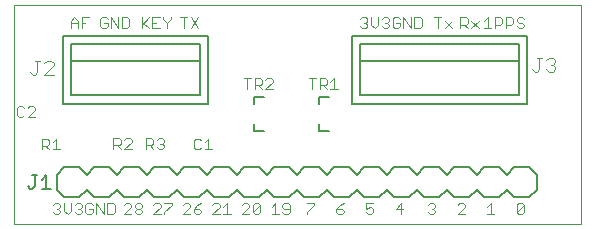
<source format=gto>
G75*
%MOIN*%
%OFA0B0*%
%FSLAX25Y25*%
%IPPOS*%
%LPD*%
%AMOC8*
5,1,8,0,0,1.08239X$1,22.5*
%
%ADD10C,0.00000*%
%ADD11C,0.00300*%
%ADD12C,0.00600*%
%ADD13C,0.00500*%
%ADD14C,0.00400*%
D10*
X0001610Y0001000D02*
X0190586Y0001000D01*
X0190586Y0073835D01*
X0001610Y0073835D01*
X0001610Y0001000D01*
D11*
X0014555Y0004709D02*
X0015162Y0004103D01*
X0016375Y0004103D01*
X0016982Y0004709D01*
X0016982Y0005316D01*
X0016375Y0005923D01*
X0015768Y0005923D01*
X0016375Y0005923D02*
X0016982Y0006529D01*
X0016982Y0007136D01*
X0016375Y0007743D01*
X0015162Y0007743D01*
X0014555Y0007136D01*
X0018180Y0007743D02*
X0018180Y0005316D01*
X0019394Y0004103D01*
X0020607Y0005316D01*
X0020607Y0007743D01*
X0021805Y0007136D02*
X0022412Y0007743D01*
X0023625Y0007743D01*
X0024232Y0007136D01*
X0024232Y0006529D01*
X0023625Y0005923D01*
X0024232Y0005316D01*
X0024232Y0004709D01*
X0023625Y0004103D01*
X0022412Y0004103D01*
X0021805Y0004709D01*
X0023019Y0005923D02*
X0023625Y0005923D01*
X0025382Y0007136D02*
X0025382Y0004709D01*
X0025989Y0004103D01*
X0027202Y0004103D01*
X0027809Y0004709D01*
X0027809Y0005923D01*
X0026595Y0005923D01*
X0025382Y0007136D02*
X0025989Y0007743D01*
X0027202Y0007743D01*
X0027809Y0007136D01*
X0029007Y0007743D02*
X0031434Y0004103D01*
X0031434Y0007743D01*
X0032632Y0007743D02*
X0034452Y0007743D01*
X0035059Y0007136D01*
X0035059Y0004709D01*
X0034452Y0004103D01*
X0032632Y0004103D01*
X0032632Y0007743D01*
X0029007Y0007743D02*
X0029007Y0004103D01*
X0038177Y0004103D02*
X0040604Y0006529D01*
X0040604Y0007136D01*
X0039997Y0007743D01*
X0038784Y0007743D01*
X0038177Y0007136D01*
X0041802Y0007136D02*
X0041802Y0006529D01*
X0042409Y0005923D01*
X0043622Y0005923D01*
X0044229Y0005316D01*
X0044229Y0004709D01*
X0043622Y0004103D01*
X0042409Y0004103D01*
X0041802Y0004709D01*
X0041802Y0005316D01*
X0042409Y0005923D01*
X0043622Y0005923D02*
X0044229Y0006529D01*
X0044229Y0007136D01*
X0043622Y0007743D01*
X0042409Y0007743D01*
X0041802Y0007136D01*
X0040604Y0004103D02*
X0038177Y0004103D01*
X0048020Y0004103D02*
X0050446Y0006529D01*
X0050446Y0007136D01*
X0049840Y0007743D01*
X0048626Y0007743D01*
X0048020Y0007136D01*
X0051645Y0007743D02*
X0054072Y0007743D01*
X0054072Y0007136D01*
X0051645Y0004709D01*
X0051645Y0004103D01*
X0050446Y0004103D02*
X0048020Y0004103D01*
X0057862Y0004103D02*
X0060289Y0006529D01*
X0060289Y0007136D01*
X0059682Y0007743D01*
X0058469Y0007743D01*
X0057862Y0007136D01*
X0061487Y0005923D02*
X0063307Y0005923D01*
X0063914Y0005316D01*
X0063914Y0004709D01*
X0063307Y0004103D01*
X0062094Y0004103D01*
X0061487Y0004709D01*
X0061487Y0005923D01*
X0062701Y0007136D01*
X0063914Y0007743D01*
X0067705Y0007136D02*
X0068311Y0007743D01*
X0069525Y0007743D01*
X0070131Y0007136D01*
X0070131Y0006529D01*
X0067705Y0004103D01*
X0070131Y0004103D01*
X0071330Y0004103D02*
X0073757Y0004103D01*
X0072543Y0004103D02*
X0072543Y0007743D01*
X0071330Y0006529D01*
X0077547Y0007136D02*
X0078154Y0007743D01*
X0079367Y0007743D01*
X0079974Y0007136D01*
X0079974Y0006529D01*
X0077547Y0004103D01*
X0079974Y0004103D01*
X0081172Y0004709D02*
X0083599Y0007136D01*
X0083599Y0004709D01*
X0082992Y0004103D01*
X0081779Y0004103D01*
X0081172Y0004709D01*
X0081172Y0007136D01*
X0081779Y0007743D01*
X0082992Y0007743D01*
X0083599Y0007136D01*
X0087390Y0006529D02*
X0088603Y0007743D01*
X0088603Y0004103D01*
X0087390Y0004103D02*
X0089817Y0004103D01*
X0091015Y0004709D02*
X0091622Y0004103D01*
X0092835Y0004103D01*
X0093442Y0004709D01*
X0093442Y0007136D01*
X0092835Y0007743D01*
X0091622Y0007743D01*
X0091015Y0007136D01*
X0091015Y0006529D01*
X0091622Y0005923D01*
X0093442Y0005923D01*
X0099201Y0004709D02*
X0099201Y0004103D01*
X0099201Y0004709D02*
X0101628Y0007136D01*
X0101628Y0007743D01*
X0099201Y0007743D01*
X0109043Y0005923D02*
X0109043Y0004709D01*
X0109650Y0004103D01*
X0110863Y0004103D01*
X0111470Y0004709D01*
X0111470Y0005316D01*
X0110863Y0005923D01*
X0109043Y0005923D01*
X0110257Y0007136D01*
X0111470Y0007743D01*
X0118886Y0007743D02*
X0118886Y0005923D01*
X0120099Y0006529D01*
X0120706Y0006529D01*
X0121313Y0005923D01*
X0121313Y0004709D01*
X0120706Y0004103D01*
X0119493Y0004103D01*
X0118886Y0004709D01*
X0118886Y0007743D02*
X0121313Y0007743D01*
X0128728Y0005923D02*
X0131155Y0005923D01*
X0130548Y0007743D02*
X0128728Y0005923D01*
X0130548Y0004103D02*
X0130548Y0007743D01*
X0139555Y0007136D02*
X0140162Y0007743D01*
X0141375Y0007743D01*
X0141982Y0007136D01*
X0141982Y0006529D01*
X0141375Y0005923D01*
X0141982Y0005316D01*
X0141982Y0004709D01*
X0141375Y0004103D01*
X0140162Y0004103D01*
X0139555Y0004709D01*
X0140768Y0005923D02*
X0141375Y0005923D01*
X0149398Y0007136D02*
X0150004Y0007743D01*
X0151218Y0007743D01*
X0151824Y0007136D01*
X0151824Y0006529D01*
X0149398Y0004103D01*
X0151824Y0004103D01*
X0159240Y0004103D02*
X0161667Y0004103D01*
X0160454Y0004103D02*
X0160454Y0007743D01*
X0159240Y0006529D01*
X0169083Y0007136D02*
X0169083Y0004709D01*
X0171509Y0007136D01*
X0171509Y0004709D01*
X0170903Y0004103D01*
X0169689Y0004103D01*
X0169083Y0004709D01*
X0169083Y0007136D02*
X0169689Y0007743D01*
X0170903Y0007743D01*
X0171509Y0007136D01*
X0109439Y0045815D02*
X0107013Y0045815D01*
X0105814Y0045815D02*
X0104601Y0047029D01*
X0105208Y0047029D02*
X0103388Y0047029D01*
X0103388Y0045815D02*
X0103388Y0049455D01*
X0105208Y0049455D01*
X0105814Y0048849D01*
X0105814Y0047635D01*
X0105208Y0047029D01*
X0107013Y0048242D02*
X0108226Y0049455D01*
X0108226Y0045815D01*
X0100976Y0045815D02*
X0100976Y0049455D01*
X0102189Y0049455D02*
X0099762Y0049455D01*
X0087786Y0048849D02*
X0087786Y0048242D01*
X0085359Y0045815D01*
X0087786Y0045815D01*
X0084161Y0045815D02*
X0082947Y0047029D01*
X0083554Y0047029D02*
X0081734Y0047029D01*
X0081734Y0045815D02*
X0081734Y0049455D01*
X0083554Y0049455D01*
X0084161Y0048849D01*
X0084161Y0047635D01*
X0083554Y0047029D01*
X0079322Y0045815D02*
X0079322Y0049455D01*
X0078109Y0049455D02*
X0080536Y0049455D01*
X0085359Y0048849D02*
X0085966Y0049455D01*
X0087179Y0049455D01*
X0087786Y0048849D01*
X0062930Y0066111D02*
X0060503Y0069751D01*
X0059305Y0069751D02*
X0056878Y0069751D01*
X0058091Y0069751D02*
X0058091Y0066111D01*
X0060503Y0066111D02*
X0062930Y0069751D01*
X0053760Y0069751D02*
X0053760Y0069144D01*
X0052546Y0067931D01*
X0052546Y0066111D01*
X0050135Y0066111D02*
X0047708Y0066111D01*
X0047708Y0069751D01*
X0050135Y0069751D01*
X0051333Y0069751D02*
X0051333Y0069144D01*
X0052546Y0067931D01*
X0048921Y0067931D02*
X0047708Y0067931D01*
X0046509Y0069751D02*
X0044083Y0067324D01*
X0044689Y0067931D02*
X0046509Y0066111D01*
X0044083Y0066111D02*
X0044083Y0069751D01*
X0039980Y0069144D02*
X0039373Y0069751D01*
X0037553Y0069751D01*
X0037553Y0066111D01*
X0039373Y0066111D01*
X0039980Y0066717D01*
X0039980Y0069144D01*
X0036355Y0069751D02*
X0036355Y0066111D01*
X0033928Y0069751D01*
X0033928Y0066111D01*
X0032730Y0066717D02*
X0032730Y0067931D01*
X0031517Y0067931D01*
X0032730Y0066717D02*
X0032123Y0066111D01*
X0030910Y0066111D01*
X0030303Y0066717D01*
X0030303Y0069144D01*
X0030910Y0069751D01*
X0032123Y0069751D01*
X0032730Y0069144D01*
X0026513Y0069751D02*
X0024086Y0069751D01*
X0024086Y0066111D01*
X0022887Y0066111D02*
X0022887Y0068537D01*
X0021674Y0069751D01*
X0020461Y0068537D01*
X0020461Y0066111D01*
X0020461Y0067931D02*
X0022887Y0067931D01*
X0024086Y0067931D02*
X0025299Y0067931D01*
X0007908Y0040144D02*
X0006694Y0040144D01*
X0006087Y0039538D01*
X0004889Y0039538D02*
X0004282Y0040144D01*
X0003069Y0040144D01*
X0002462Y0039538D01*
X0002462Y0037111D01*
X0003069Y0036504D01*
X0004282Y0036504D01*
X0004889Y0037111D01*
X0006087Y0036504D02*
X0008514Y0038931D01*
X0008514Y0039538D01*
X0007908Y0040144D01*
X0008514Y0036504D02*
X0006087Y0036504D01*
X0010789Y0029318D02*
X0012609Y0029318D01*
X0013216Y0028711D01*
X0013216Y0027498D01*
X0012609Y0026891D01*
X0010789Y0026891D01*
X0010789Y0025678D02*
X0010789Y0029318D01*
X0014414Y0028104D02*
X0015628Y0029318D01*
X0015628Y0025678D01*
X0016841Y0025678D02*
X0014414Y0025678D01*
X0013216Y0025678D02*
X0012002Y0026891D01*
X0034693Y0027048D02*
X0036513Y0027048D01*
X0037120Y0027655D01*
X0037120Y0028868D01*
X0036513Y0029475D01*
X0034693Y0029475D01*
X0034693Y0025835D01*
X0035906Y0027048D02*
X0037120Y0025835D01*
X0038318Y0025835D02*
X0040745Y0028262D01*
X0040745Y0028868D01*
X0040138Y0029475D01*
X0038925Y0029475D01*
X0038318Y0028868D01*
X0045520Y0029475D02*
X0047340Y0029475D01*
X0047946Y0028868D01*
X0047946Y0027655D01*
X0047340Y0027048D01*
X0045520Y0027048D01*
X0046733Y0027048D02*
X0047946Y0025835D01*
X0049145Y0026442D02*
X0049752Y0025835D01*
X0050965Y0025835D01*
X0051572Y0026442D01*
X0051572Y0027048D01*
X0050965Y0027655D01*
X0050358Y0027655D01*
X0050965Y0027655D02*
X0051572Y0028262D01*
X0051572Y0028868D01*
X0050965Y0029475D01*
X0049752Y0029475D01*
X0049145Y0028868D01*
X0045520Y0029475D02*
X0045520Y0025835D01*
X0040745Y0025835D02*
X0038318Y0025835D01*
X0061517Y0026284D02*
X0062124Y0025678D01*
X0063337Y0025678D01*
X0063944Y0026284D01*
X0065143Y0025678D02*
X0067569Y0025678D01*
X0066356Y0025678D02*
X0066356Y0029318D01*
X0065143Y0028104D01*
X0063944Y0028711D02*
X0063337Y0029318D01*
X0062124Y0029318D01*
X0061517Y0028711D01*
X0061517Y0026284D01*
X0060289Y0004103D02*
X0057862Y0004103D01*
X0117524Y0066111D02*
X0116917Y0066717D01*
X0117524Y0066111D02*
X0118737Y0066111D01*
X0119344Y0066717D01*
X0119344Y0067324D01*
X0118737Y0067931D01*
X0118131Y0067931D01*
X0118737Y0067931D02*
X0119344Y0068537D01*
X0119344Y0069144D01*
X0118737Y0069751D01*
X0117524Y0069751D01*
X0116917Y0069144D01*
X0120542Y0069751D02*
X0120542Y0067324D01*
X0121756Y0066111D01*
X0122969Y0067324D01*
X0122969Y0069751D01*
X0124168Y0069144D02*
X0124774Y0069751D01*
X0125988Y0069751D01*
X0126594Y0069144D01*
X0126594Y0068537D01*
X0125988Y0067931D01*
X0126594Y0067324D01*
X0126594Y0066717D01*
X0125988Y0066111D01*
X0124774Y0066111D01*
X0124168Y0066717D01*
X0125381Y0067931D02*
X0125988Y0067931D01*
X0127744Y0069144D02*
X0127744Y0066717D01*
X0128351Y0066111D01*
X0129564Y0066111D01*
X0130171Y0066717D01*
X0130171Y0067931D01*
X0128957Y0067931D01*
X0127744Y0069144D02*
X0128351Y0069751D01*
X0129564Y0069751D01*
X0130171Y0069144D01*
X0131369Y0069751D02*
X0133796Y0066111D01*
X0133796Y0069751D01*
X0134994Y0069751D02*
X0136814Y0069751D01*
X0137421Y0069144D01*
X0137421Y0066717D01*
X0136814Y0066111D01*
X0134994Y0066111D01*
X0134994Y0069751D01*
X0131369Y0069751D02*
X0131369Y0066111D01*
X0141524Y0069751D02*
X0143950Y0069751D01*
X0142737Y0069751D02*
X0142737Y0066111D01*
X0145149Y0066111D02*
X0147576Y0068537D01*
X0147576Y0066111D02*
X0145149Y0068537D01*
X0150382Y0067324D02*
X0152202Y0067324D01*
X0152809Y0067931D01*
X0152809Y0069144D01*
X0152202Y0069751D01*
X0150382Y0069751D01*
X0150382Y0066111D01*
X0151595Y0067324D02*
X0152809Y0066111D01*
X0154007Y0066111D02*
X0156434Y0068537D01*
X0158256Y0068537D02*
X0159469Y0069751D01*
X0159469Y0066111D01*
X0158256Y0066111D02*
X0160683Y0066111D01*
X0161881Y0066111D02*
X0161881Y0069751D01*
X0163701Y0069751D01*
X0164308Y0069144D01*
X0164308Y0067931D01*
X0163701Y0067324D01*
X0161881Y0067324D01*
X0165506Y0067324D02*
X0167326Y0067324D01*
X0167933Y0067931D01*
X0167933Y0069144D01*
X0167326Y0069751D01*
X0165506Y0069751D01*
X0165506Y0066111D01*
X0169131Y0066717D02*
X0169738Y0066111D01*
X0170951Y0066111D01*
X0171558Y0066717D01*
X0171558Y0067324D01*
X0170951Y0067931D01*
X0169738Y0067931D01*
X0169131Y0068537D01*
X0169131Y0069144D01*
X0169738Y0069751D01*
X0170951Y0069751D01*
X0171558Y0069144D01*
X0156434Y0066111D02*
X0154007Y0068537D01*
D12*
X0106539Y0043016D02*
X0103342Y0043016D01*
X0103342Y0040819D01*
X0103342Y0034016D02*
X0103342Y0031819D01*
X0106539Y0031819D01*
X0084885Y0031819D02*
X0081689Y0031819D01*
X0081689Y0034016D01*
X0081689Y0040819D02*
X0081689Y0043016D01*
X0084885Y0043016D01*
X0083283Y0019780D02*
X0078283Y0019780D01*
X0075783Y0017280D01*
X0073283Y0019780D01*
X0068283Y0019780D01*
X0065783Y0017280D01*
X0063283Y0019780D01*
X0058283Y0019780D01*
X0055783Y0017280D01*
X0053283Y0019780D01*
X0048283Y0019780D01*
X0045783Y0017280D01*
X0043283Y0019780D01*
X0038283Y0019780D01*
X0035783Y0017280D01*
X0033283Y0019780D01*
X0028283Y0019780D01*
X0025783Y0017280D01*
X0023283Y0019780D01*
X0018283Y0019780D01*
X0015783Y0017280D01*
X0015783Y0012280D01*
X0018283Y0009780D01*
X0023283Y0009780D01*
X0025783Y0012280D01*
X0028283Y0009780D01*
X0033283Y0009780D01*
X0035783Y0012280D01*
X0038283Y0009780D01*
X0043283Y0009780D01*
X0045783Y0012280D01*
X0048283Y0009780D01*
X0053283Y0009780D01*
X0055783Y0012280D01*
X0058283Y0009780D01*
X0063283Y0009780D01*
X0065783Y0012280D01*
X0068283Y0009780D01*
X0073283Y0009780D01*
X0075783Y0012280D01*
X0078283Y0009780D01*
X0083283Y0009780D01*
X0085783Y0012280D01*
X0088283Y0009780D01*
X0093283Y0009780D01*
X0095783Y0012280D01*
X0098283Y0009780D01*
X0103283Y0009780D01*
X0105783Y0012280D01*
X0108283Y0009780D01*
X0113283Y0009780D01*
X0115783Y0012280D01*
X0118283Y0009780D01*
X0123283Y0009780D01*
X0125783Y0012280D01*
X0128283Y0009780D01*
X0133283Y0009780D01*
X0135783Y0012280D01*
X0138283Y0009780D01*
X0143283Y0009780D01*
X0145783Y0012280D01*
X0148283Y0009780D01*
X0153283Y0009780D01*
X0155783Y0012280D01*
X0158283Y0009780D01*
X0163283Y0009780D01*
X0165783Y0012280D01*
X0168283Y0009780D01*
X0173283Y0009780D01*
X0175783Y0012280D01*
X0175783Y0017280D01*
X0173283Y0019780D01*
X0168283Y0019780D01*
X0165783Y0017280D01*
X0163283Y0019780D01*
X0158283Y0019780D01*
X0155783Y0017280D01*
X0153283Y0019780D01*
X0148283Y0019780D01*
X0145783Y0017280D01*
X0143283Y0019780D01*
X0138283Y0019780D01*
X0135783Y0017280D01*
X0133283Y0019780D01*
X0128283Y0019780D01*
X0125783Y0017280D01*
X0123283Y0019780D01*
X0118283Y0019780D01*
X0115783Y0017280D01*
X0113283Y0019780D01*
X0108283Y0019780D01*
X0105783Y0017280D01*
X0103283Y0019780D01*
X0098283Y0019780D01*
X0095783Y0017280D01*
X0093283Y0019780D01*
X0088283Y0019780D01*
X0085783Y0017280D01*
X0083283Y0019780D01*
D13*
X0066177Y0040961D02*
X0017752Y0040961D01*
X0017752Y0063598D01*
X0066177Y0063598D01*
X0066177Y0040961D01*
X0063460Y0043717D02*
X0020468Y0043717D01*
X0020468Y0055213D01*
X0063460Y0055213D01*
X0063460Y0043717D01*
X0063460Y0055213D02*
X0063460Y0060843D01*
X0020468Y0060843D01*
X0020468Y0055213D01*
X0114208Y0063598D02*
X0114208Y0040961D01*
X0172476Y0040961D01*
X0172476Y0063598D01*
X0114208Y0063598D01*
X0116964Y0060843D02*
X0116964Y0055213D01*
X0169720Y0055213D01*
X0169720Y0043717D01*
X0116964Y0043717D01*
X0116964Y0055213D01*
X0116964Y0060843D02*
X0169720Y0060843D01*
X0169720Y0055213D01*
X0013797Y0012671D02*
X0010794Y0012671D01*
X0012296Y0012671D02*
X0012296Y0017175D01*
X0010794Y0015674D01*
X0009193Y0017175D02*
X0007692Y0017175D01*
X0008442Y0017175D02*
X0008442Y0013422D01*
X0007692Y0012671D01*
X0006941Y0012671D01*
X0006191Y0013422D01*
D14*
X0007816Y0050649D02*
X0008583Y0050649D01*
X0009350Y0051416D01*
X0009350Y0055253D01*
X0008583Y0055253D02*
X0010118Y0055253D01*
X0011652Y0054485D02*
X0012420Y0055253D01*
X0013954Y0055253D01*
X0014722Y0054485D01*
X0014722Y0053718D01*
X0011652Y0050649D01*
X0014722Y0050649D01*
X0007816Y0050649D02*
X0007048Y0051416D01*
X0174371Y0052400D02*
X0175139Y0051633D01*
X0175906Y0051633D01*
X0176673Y0052400D01*
X0176673Y0056237D01*
X0175906Y0056237D02*
X0177441Y0056237D01*
X0178975Y0055470D02*
X0179743Y0056237D01*
X0181277Y0056237D01*
X0182044Y0055470D01*
X0182044Y0054702D01*
X0181277Y0053935D01*
X0182044Y0053168D01*
X0182044Y0052400D01*
X0181277Y0051633D01*
X0179743Y0051633D01*
X0178975Y0052400D01*
X0180510Y0053935D02*
X0181277Y0053935D01*
M02*

</source>
